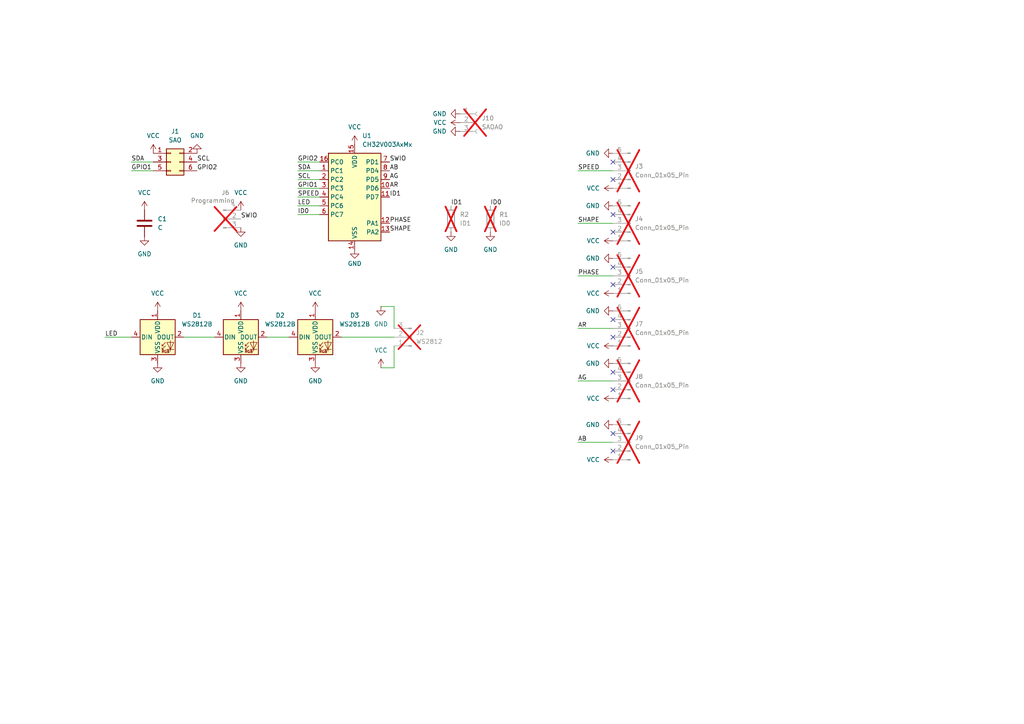
<source format=kicad_sch>
(kicad_sch (version 20231120) (generator "eeschema") (generator_version "8.0")
  (paper "A4")
  (lib_symbols
    (symbol "Connector:Conn_01x03_Pin" (pin_names (offset 1.016) hide)
      (property "Reference" "J" (at 0 5.08 0))
      (property "Value" "Conn_01x03_Pin" (at 0 -5.08 0))
      (symbol "Conn_01x03_Pin_1_1"
        (polyline (pts (xy 1.27 -2.54) (xy 0.8636 -2.54)) (stroke (width 0.1524)))
        (polyline (pts (xy 1.27 0) (xy 0.8636 0)) (stroke (width 0.1524)))
        (polyline (pts (xy 1.27 2.54) (xy 0.8636 2.54)) (stroke (width 0.1524)))
        (rectangle (start 0.8636 -2.413) (end 0 -2.667) (stroke (width 0.1524)) (fill (type outline)))
        (rectangle (start 0.8636 0.127) (end 0 -0.127) (stroke (width 0.1524)) (fill (type outline)))
        (rectangle (start 0.8636 2.667) (end 0 2.413) (stroke (width 0.1524)) (fill (type outline)))
        (pin passive line (at 5.08 2.54 180) (length 3.81) (name "Pin_1") (number "1"))
        (pin passive line (at 5.08 0 180) (length 3.81) (name "Pin_2") (number "2"))
        (pin passive line (at 5.08 -2.54 180) (length 3.81) (name "Pin_3") (number "3"))
      )
    )
    (symbol "Connector:Conn_01x03_Socket" (pin_names (offset 1.016) hide)
      (property "Reference" "J" (at 0 5.08 0))
      (property "Value" "Conn_01x03_Socket" (at 0 -5.08 0))
      (symbol "Conn_01x03_Socket_1_1"
        (arc (start 0 -2.032) (mid -0.5058 -2.54) (end 0 -3.048) (stroke (width 0.1524)))
        (polyline (pts (xy -1.27 -2.54) (xy -0.508 -2.54)) (stroke (width 0.1524)))
        (polyline (pts (xy -1.27 0) (xy -0.508 0)) (stroke (width 0.1524)))
        (polyline (pts (xy -1.27 2.54) (xy -0.508 2.54)) (stroke (width 0.1524)))
        (arc (start 0 0.508) (mid -0.5058 0) (end 0 -0.508) (stroke (width 0.1524)))
        (arc (start 0 3.048) (mid -0.5058 2.54) (end 0 2.032) (stroke (width 0.1524)))
        (pin passive line (at -5.08 2.54 0) (length 3.81) (name "Pin_1") (number "1"))
        (pin passive line (at -5.08 0 0) (length 3.81) (name "Pin_2") (number "2"))
        (pin passive line (at -5.08 -2.54 0) (length 3.81) (name "Pin_3") (number "3"))
      )
    )
    (symbol "Connector:Conn_01x05_Pin" (pin_names (offset 1.016) hide)
      (property "Reference" "J" (at 0 7.62 0))
      (property "Value" "Conn_01x05_Pin" (at 0 -7.62 0))
      (symbol "Conn_01x05_Pin_1_1"
        (polyline (pts (xy 1.27 -5.08) (xy 0.8636 -5.08)) (stroke (width 0.1524)))
        (polyline (pts (xy 1.27 -2.54) (xy 0.8636 -2.54)) (stroke (width 0.1524)))
        (polyline (pts (xy 1.27 0) (xy 0.8636 0)) (stroke (width 0.1524)))
        (polyline (pts (xy 1.27 2.54) (xy 0.8636 2.54)) (stroke (width 0.1524)))
        (polyline (pts (xy 1.27 5.08) (xy 0.8636 5.08)) (stroke (width 0.1524)))
        (rectangle (start 0.8636 -4.953) (end 0 -5.207) (stroke (width 0.1524)) (fill (type outline)))
        (rectangle (start 0.8636 -2.413) (end 0 -2.667) (stroke (width 0.1524)) (fill (type outline)))
        (rectangle (start 0.8636 0.127) (end 0 -0.127) (stroke (width 0.1524)) (fill (type outline)))
        (rectangle (start 0.8636 2.667) (end 0 2.413) (stroke (width 0.1524)) (fill (type outline)))
        (rectangle (start 0.8636 5.207) (end 0 4.953) (stroke (width 0.1524)) (fill (type outline)))
        (pin passive line (at 5.08 5.08 180) (length 3.81) (name "Pin_1") (number "1"))
        (pin passive line (at 5.08 2.54 180) (length 3.81) (name "Pin_2") (number "2"))
        (pin passive line (at 5.08 0 180) (length 3.81) (name "Pin_3") (number "3"))
        (pin passive line (at 5.08 -2.54 180) (length 3.81) (name "Pin_4") (number "4"))
        (pin passive line (at 5.08 -5.08 180) (length 3.81) (name "Pin_5") (number "5"))
      )
    )
    (symbol "Connector_Generic:Conn_02x03_Odd_Even" (pin_names (offset 1.016) hide)
      (property "Reference" "J" (at 1.27 5.08 0))
      (property "Value" "Conn_02x03_Odd_Even" (at 1.27 -5.08 0))
      (symbol "Conn_02x03_Odd_Even_1_1"
        (rectangle (start -1.27 -2.413) (end 0 -2.667) (stroke (width 0.1524)))
        (rectangle (start -1.27 0.127) (end 0 -0.127) (stroke (width 0.1524)))
        (rectangle (start -1.27 2.667) (end 0 2.413) (stroke (width 0.1524)))
        (rectangle (start -1.27 3.81) (end 3.81 -3.81) (stroke (width 0.254)) (fill (type background)))
        (rectangle (start 3.81 -2.413) (end 2.54 -2.667) (stroke (width 0.1524)))
        (rectangle (start 3.81 0.127) (end 2.54 -0.127) (stroke (width 0.1524)))
        (rectangle (start 3.81 2.667) (end 2.54 2.413) (stroke (width 0.1524)))
        (pin passive line (at -5.08 2.54 0) (length 3.81) (name "Pin_1") (number "1"))
        (pin passive line (at 7.62 2.54 180) (length 3.81) (name "Pin_2") (number "2"))
        (pin passive line (at -5.08 0 0) (length 3.81) (name "Pin_3") (number "3"))
        (pin passive line (at 7.62 0 180) (length 3.81) (name "Pin_4") (number "4"))
        (pin passive line (at -5.08 -2.54 0) (length 3.81) (name "Pin_5") (number "5"))
        (pin passive line (at 7.62 -2.54 180) (length 3.81) (name "Pin_6") (number "6"))
      )
    )
    (symbol "Device:C" (pin_numbers hide) (pin_names (offset 0.254))
      (property "Reference" "C" (at 0.635 2.54 0))
      (property "Value" "C" (at 0.635 -2.54 0))
      (symbol "C_0_1"
        (polyline (pts (xy -2.032 -0.762) (xy 2.032 -0.762)) (stroke (width 0.508)))
        (polyline (pts (xy -2.032 0.762) (xy 2.032 0.762)) (stroke (width 0.508)))
      )
      (symbol "C_1_1"
        (pin passive line (at 0 3.81 270) (length 2.794) (name "~") (number "1"))
        (pin passive line (at 0 -3.81 90) (length 2.794) (name "~") (number "2"))
      )
    )
    (symbol "Device:R" (pin_numbers hide) (pin_names (offset 0))
      (property "Reference" "R" (at 2.032 0 90))
      (property "Value" "R" (at 0 0 90))
      (symbol "R_0_1"
        (rectangle (start -1.016 -2.54) (end 1.016 2.54) (stroke (width 0.254)))
      )
      (symbol "R_1_1"
        (pin passive line (at 0 3.81 270) (length 1.27) (name "~") (number "1"))
        (pin passive line (at 0 -3.81 90) (length 1.27) (name "~") (number "2"))
      )
    )
    (symbol "LED:WS2812B" (pin_names (offset 0.254))
      (property "Reference" "D" (at 5.08 5.715 0))
      (property "Value" "WS2812B" (at 1.27 -5.715 0))
      (symbol "WS2812B_0_0"
        (text "RGB" (at 2.286 -4.191 0) (effects (font (size 0.762 0.762))))
      )
      (symbol "WS2812B_0_1"
        (polyline (pts (xy 1.27 -3.556) (xy 1.778 -3.556)))
        (polyline (pts (xy 1.27 -2.54) (xy 1.778 -2.54)))
        (polyline (pts (xy 4.699 -3.556) (xy 2.667 -3.556)))
        (polyline (pts (xy 2.286 -2.54) (xy 1.27 -3.556) (xy 1.27 -3.048)))
        (polyline (pts (xy 2.286 -1.524) (xy 1.27 -2.54) (xy 1.27 -2.032)))
        (polyline (pts (xy 3.683 -1.016) (xy 3.683 -3.556) (xy 3.683 -4.064)))
        (polyline (pts (xy 4.699 -1.524) (xy 2.667 -1.524) (xy 3.683 -3.556) (xy 4.699 -1.524)))
        (rectangle (start 5.08 5.08) (end -5.08 -5.08) (stroke (width 0.254)) (fill (type background)))
      )
      (symbol "WS2812B_1_1"
        (pin power_in line (at 0 7.62 270) (length 2.54) (name "VDD") (number "1"))
        (pin output line (at 7.62 0 180) (length 2.54) (name "DOUT") (number "2"))
        (pin power_in line (at 0 -7.62 90) (length 2.54) (name "VSS") (number "3"))
        (pin input line (at -7.62 0 0) (length 2.54) (name "DIN") (number "4"))
      )
    )
    (symbol "MCU_WCH_CH32V0:CH32V003AxMx"
      (property "Reference" "U" (at -7.62 15.24 0))
      (property "Value" "CH32V003AxMx" (at 7.62 15.24 0))
      (symbol "CH32V003AxMx_1_1"
        (rectangle (start -7.62 12.7) (end 7.62 -12.7) (stroke (width 0.254)) (fill (type background)))
        (pin bidirectional line (at -10.16 7.62 0) (length 2.54) (name "PC1") (number "1"))
        (pin bidirectional line (at 10.16 2.54 180) (length 2.54) (name "PD6") (number "10"))
        (pin bidirectional line (at 10.16 0 180) (length 2.54) (name "PD7") (number "11"))
        (pin bidirectional line (at 10.16 -7.62 180) (length 2.54) (name "PA1") (number "12"))
        (pin bidirectional line (at 10.16 -10.16 180) (length 2.54) (name "PA2") (number "13"))
        (pin power_in line (at 0 -15.24 90) (length 2.54) (name "VSS") (number "14"))
        (pin power_in line (at 0 15.24 270) (length 2.54) (name "VDD") (number "15"))
        (pin bidirectional line (at -10.16 10.16 0) (length 2.54) (name "PC0") (number "16"))
        (pin bidirectional line (at -10.16 5.08 0) (length 2.54) (name "PC2") (number "2"))
        (pin bidirectional line (at -10.16 2.54 0) (length 2.54) (name "PC3") (number "3"))
        (pin bidirectional line (at -10.16 0 0) (length 2.54) (name "PC4") (number "4"))
        (pin bidirectional line (at -10.16 -2.54 0) (length 2.54) (name "PC6") (number "5"))
        (pin bidirectional line (at -10.16 -5.08 0) (length 2.54) (name "PC7") (number "6"))
        (pin bidirectional line (at 10.16 10.16 180) (length 2.54) (name "PD1") (number "7"))
        (pin bidirectional line (at 10.16 7.62 180) (length 2.54) (name "PD4") (number "8"))
        (pin bidirectional line (at 10.16 5.08 180) (length 2.54) (name "PD5") (number "9"))
      )
    )
    (symbol "power:GND" (power) (pin_numbers hide) (pin_names (offset 0) hide)
      (property "Value" "GND" (at 0 -3.81 0))
      (symbol "GND_0_1"
        (polyline (pts (xy 0 0) (xy 0 -1.27) (xy 1.27 -1.27) (xy 0 -2.54) (xy -1.27 -1.27) (xy 0 -1.27)))
      )
      (symbol "GND_1_1"
        (pin power_in line (at 0 0 270) (length 0) (name "~") (number "1"))
      )
    )
    (symbol "power:VCC" (power) (pin_numbers hide) (pin_names (offset 0) hide)
      (property "Value" "VCC" (at 0 3.556 0))
      (symbol "VCC_0_1"
        (polyline (pts (xy -0.762 1.27) (xy 0 2.54)))
        (polyline (pts (xy 0 0) (xy 0 2.54)))
        (polyline (pts (xy 0 2.54) (xy 0.762 1.27)))
      )
      (symbol "VCC_1_1"
        (pin power_in line (at 0 0 90) (length 0) (name "~") (number "1"))
      )
    )
  )
  (no_connect (at 177.8 92.71))
  (no_connect (at 177.8 52.07))
  (no_connect (at 177.8 107.95))
  (no_connect (at 177.8 77.47))
  (no_connect (at 177.8 62.23))
  (no_connect (at 177.8 67.31))
  (no_connect (at 177.8 46.99))
  (no_connect (at 177.8 125.73))
  (no_connect (at 177.8 130.81))
  (no_connect (at 177.8 113.03))
  (no_connect (at 177.8 82.55))
  (no_connect (at 177.8 97.79))
  (wire (pts (xy 77.47 97.79) (xy 83.82 97.79)))
  (wire (pts (xy 30.48 97.79) (xy 38.1 97.79)))
  (wire (pts (xy 167.64 80.01) (xy 177.8 80.01)))
  (wire (pts (xy 167.64 110.49) (xy 177.8 110.49)))
  (wire (pts (xy 114.3 106.68) (xy 114.3 100.33)))
  (wire (pts (xy 167.64 128.27) (xy 177.8 128.27)))
  (wire (pts (xy 99.06 97.79) (xy 114.3 97.79)))
  (wire (pts (xy 86.36 52.07) (xy 92.71 52.07)))
  (wire (pts (xy 38.1 49.53) (xy 44.45 49.53)))
  (wire (pts (xy 167.64 64.77) (xy 177.8 64.77)))
  (wire (pts (xy 114.3 88.9) (xy 114.3 95.25)))
  (wire (pts (xy 167.64 95.25) (xy 177.8 95.25)))
  (wire (pts (xy 86.36 59.69) (xy 92.71 59.69)))
  (wire (pts (xy 167.64 49.53) (xy 177.8 49.53)))
  (wire (pts (xy 53.34 97.79) (xy 62.23 97.79)))
  (wire (pts (xy 38.1 46.99) (xy 44.45 46.99)))
  (wire (pts (xy 110.49 88.9) (xy 114.3 88.9)))
  (wire (pts (xy 86.36 57.15) (xy 92.71 57.15)))
  (wire (pts (xy 86.36 62.23) (xy 92.71 62.23)))
  (wire (pts (xy 86.36 54.61) (xy 92.71 54.61)))
  (wire (pts (xy 86.36 49.53) (xy 92.71 49.53)))
  (wire (pts (xy 110.49 106.68) (xy 114.3 106.68)))
  (wire (pts (xy 86.36 46.99) (xy 92.71 46.99)))
  (label "AG" (at 167.64 110.49 0))
  (label "GPIO1" (at 86.36 54.61 0))
  (label "AG" (at 113.03 52.07 0))
  (label "ID0" (at 86.36 62.23 0))
  (label "SPEED" (at 167.64 49.53 0))
  (label "GPIO2" (at 86.36 46.99 0))
  (label "ID1" (at 113.03 57.15 0))
  (label "AB" (at 167.64 128.27 0))
  (label "ID1" (at 130.81 59.69 0))
  (label "SCL" (at 86.36 52.07 0))
  (label "AR" (at 167.64 95.25 0))
  (label "GPIO2" (at 57.15 49.53 0))
  (label "SPEED" (at 86.36 57.15 0))
  (label "SWIO" (at 113.03 46.99 0))
  (label "AR" (at 113.03 54.61 0))
  (label "LED" (at 30.48 97.79 0))
  (label "SCL" (at 57.15 46.99 0))
  (label "SWIO" (at 69.85 63.5 0))
  (label "SHAPE" (at 113.03 67.31 0))
  (label "PHASE" (at 167.64 80.01 0))
  (label "LED" (at 86.36 59.69 0))
  (label "GPIO1" (at 38.1 49.53 0))
  (label "AB" (at 113.03 49.53 0))
  (label "SDA" (at 38.1 46.99 0))
  (label "PHASE" (at 113.03 64.77 0))
  (label "ID0" (at 142.24 59.69 0))
  (label "SDA" (at 86.36 49.53 0))
  (label "SHAPE" (at 167.64 64.77 0))
  (symbol (lib_id "MCU_WCH_CH32V0:CH32V003AxMx") (at 102.87 57.15 0) (unit 1)
    (property "Reference" "U1" (at 105.0641 39.37 0) (effects (justify left)))
    (property "Value" "CH32V003AxMx" (at 105.0641 41.91 0) (effects (justify left)))
    (property "Footprint" "Package_SO:SOP-16_3.9x9.9mm_P1.27mm" (effects (hide yes)))
    (property "Datasheet" "https://www.wch-ic.com/products/CH32V003.html" (effects (hide yes)))
    (property "Description" "CH32V003 series are industrial-grade general-purpose microcontrollers designed based on 32-bit RISC-V instruction set and architecture. It adopts QingKe V2A core, RV32EC instruction set, and supports 2 levels of interrupt nesting. The series are mounted with rich peripheral interfaces and function modules. Its internal organizational structure meets the low-cost and low-power embedded application scenarios." (effects (hide yes)))
  )
  (symbol (lib_id "power:GND") (at 41.91 68.58 0) (unit 1)
    (property "Reference" "#PWR06" (effects (hide yes)))
    (property "Value" "GND" (at 41.91 73.66 0))
    (property "Description" "Power symbol creates a global label with name \"GND\" , ground" (effects (hide yes)))
  )
  (symbol (lib_id "power:VCC") (at 102.87 41.91 0) (unit 1)
    (property "Reference" "#PWR04" (effects (hide yes)))
    (property "Value" "VCC" (at 102.87 36.83 0))
    (property "Description" "Power symbol creates a global label with name \"VCC\"" (effects (hide yes)))
  )
  (symbol (lib_id "power:VCC") (at 41.91 60.96 0) (unit 1)
    (property "Reference" "#PWR05" (effects (hide yes)))
    (property "Value" "VCC" (at 41.91 55.88 0))
    (property "Description" "Power symbol creates a global label with name \"VCC\"" (effects (hide yes)))
  )
  (symbol (lib_id "LED:WS2812B") (at 91.44 97.79 0) (unit 1)
    (property "Reference" "D3" (at 102.87 91.4714 0))
    (property "Value" "WS2812B" (at 102.87 94.0114 0))
    (property "Footprint" "LED_SMD:LED_WS2812B_PLCC4_5.0x5.0mm_P3.2mm" (effects (hide yes)))
    (property "Datasheet" "https://cdn-shop.adafruit.com/datasheets/WS2812B.pdf" (effects (hide yes)))
    (property "Description" "RGB LED with integrated controller" (effects (hide yes)))
  )
  (symbol (lib_id "power:GND") (at 133.35 33.02 270) (unit 1)
    (property "Reference" "#PWR030" (effects (hide yes)))
    (property "Value" "GND" (at 129.54 33.0199 90) (effects (justify right)))
    (property "Description" "Power symbol creates a global label with name \"GND\" , ground" (effects (hide yes)))
  )
  (symbol (lib_id "power:GND") (at 130.81 67.31 0) (unit 1)
    (property "Reference" "#PWR020" (effects (hide yes)))
    (property "Value" "GND" (at 130.81 72.39 0))
    (property "Description" "Power symbol creates a global label with name \"GND\" , ground" (effects (hide yes)))
  )
  (symbol (lib_id "LED:WS2812B") (at 45.72 97.79 0) (unit 1)
    (property "Reference" "D1" (at 57.15 91.4714 0))
    (property "Value" "WS2812B" (at 57.15 94.0114 0))
    (property "Footprint" "LED_SMD:LED_WS2812B_PLCC4_5.0x5.0mm_P3.2mm" (effects (hide yes)))
    (property "Datasheet" "https://cdn-shop.adafruit.com/datasheets/WS2812B.pdf" (effects (hide yes)))
    (property "Description" "RGB LED with integrated controller" (effects (hide yes)))
  )
  (symbol (lib_id "Connector:Conn_01x05_Pin") (at 182.88 80.01 180) (unit 1) (dnp yes)
    (property "Reference" "J5" (at 184.15 78.7399 0) (effects (justify right)))
    (property "Value" "Conn_01x05_Pin" (at 184.15 81.2799 0) (effects (justify right)))
    (property "Footprint" "Connector_PinHeader_2.54mm:PinHeader_1x05_P2.54mm_Vertical" (effects (hide yes)))
    (property "Description" "Generic connector, single row, 01x05, script generated" (effects (hide yes)))
  )
  (symbol (lib_id "power:VCC") (at 110.49 106.68 0) (unit 1)
    (property "Reference" "#PWR013" (effects (hide yes)))
    (property "Value" "VCC" (at 110.49 101.6 0))
    (property "Description" "Power symbol creates a global label with name \"VCC\"" (effects (hide yes)))
  )
  (symbol (lib_id "power:VCC") (at 177.8 100.33 90) (unit 1)
    (property "Reference" "#PWR016" (effects (hide yes)))
    (property "Value" "VCC" (at 173.99 100.3299 90) (effects (justify left)))
    (property "Description" "Power symbol creates a global label with name \"VCC\"" (effects (hide yes)))
  )
  (symbol (lib_id "power:VCC") (at 177.8 85.09 90) (unit 1)
    (property "Reference" "#PWR024" (effects (hide yes)))
    (property "Value" "VCC" (at 173.99 85.0899 90) (effects (justify left)))
    (property "Description" "Power symbol creates a global label with name \"VCC\"" (effects (hide yes)))
  )
  (symbol (lib_id "power:GND") (at 133.35 38.1 270) (unit 1)
    (property "Reference" "#PWR029" (effects (hide yes)))
    (property "Value" "GND" (at 129.54 38.0999 90) (effects (justify right)))
    (property "Description" "Power symbol creates a global label with name \"GND\" , ground" (effects (hide yes)))
  )
  (symbol (lib_id "Device:C") (at 41.91 64.77 0) (unit 1)
    (property "Reference" "C1" (at 45.72 63.4999 0) (effects (justify left)))
    (property "Value" "C" (at 45.72 66.0399 0) (effects (justify left)))
    (property "Footprint" "Capacitor_SMD:C_0603_1608Metric_Pad1.08x0.95mm_HandSolder" (effects (hide yes)))
    (property "Description" "Unpolarized capacitor" (effects (hide yes)))
  )
  (symbol (lib_id "power:VCC") (at 45.72 90.17 0) (unit 1)
    (property "Reference" "#PWR07" (effects (hide yes)))
    (property "Value" "VCC" (at 45.72 85.09 0))
    (property "Description" "Power symbol creates a global label with name \"VCC\"" (effects (hide yes)))
  )
  (symbol (lib_id "Connector:Conn_01x05_Pin") (at 182.88 110.49 180) (unit 1) (dnp yes)
    (property "Reference" "J8" (at 184.15 109.2199 0) (effects (justify right)))
    (property "Value" "Conn_01x05_Pin" (at 184.15 111.7599 0) (effects (justify right)))
    (property "Footprint" "Connector_PinHeader_2.54mm:PinHeader_1x05_P2.54mm_Vertical" (effects (hide yes)))
    (property "Description" "Generic connector, single row, 01x05, script generated" (effects (hide yes)))
  )
  (symbol (lib_id "power:GND") (at 177.8 59.69 270) (unit 1)
    (property "Reference" "#PWR019" (effects (hide yes)))
    (property "Value" "GND" (at 173.99 59.6899 90) (effects (justify right)))
    (property "Description" "Power symbol creates a global label with name \"GND\" , ground" (effects (hide yes)))
  )
  (symbol (lib_id "Connector:Conn_01x05_Pin") (at 182.88 64.77 180) (unit 1) (dnp yes)
    (property "Reference" "J4" (at 184.15 63.4999 0) (effects (justify right)))
    (property "Value" "Conn_01x05_Pin" (at 184.15 66.0399 0) (effects (justify right)))
    (property "Footprint" "Connector_PinHeader_2.54mm:PinHeader_1x05_P2.54mm_Vertical" (effects (hide yes)))
    (property "Description" "Generic connector, single row, 01x05, script generated" (effects (hide yes)))
  )
  (symbol (lib_id "power:VCC") (at 177.8 115.57 90) (unit 1)
    (property "Reference" "#PWR018" (effects (hide yes)))
    (property "Value" "VCC" (at 173.99 115.5699 90) (effects (justify left)))
    (property "Description" "Power symbol creates a global label with name \"VCC\"" (effects (hide yes)))
  )
  (symbol (lib_id "power:GND") (at 57.15 44.45 180) (unit 1)
    (property "Reference" "#PWR02" (effects (hide yes)))
    (property "Value" "GND" (at 57.15 39.37 0))
    (property "Description" "Power symbol creates a global label with name \"GND\" , ground" (effects (hide yes)))
  )
  (symbol (lib_id "Connector:Conn_01x03_Pin") (at 64.77 63.5 0) (unit 1) (dnp yes)
    (property "Reference" "J6" (at 65.405 55.88 0))
    (property "Value" "Programming" (at 61.722 58.166 0))
    (property "Footprint" "Connector_PinHeader_2.54mm:PinHeader_1x03_P2.54mm_Vertical" (effects (hide yes)))
    (property "Description" "Generic connector, single row, 01x03, script generated" (effects (hide yes)))
  )
  (symbol (lib_id "power:GND") (at 177.8 90.17 270) (unit 1)
    (property "Reference" "#PWR038" (effects (hide yes)))
    (property "Value" "GND" (at 173.99 90.1699 90) (effects (justify right)))
    (property "Description" "Power symbol creates a global label with name \"GND\" , ground" (effects (hide yes)))
  )
  (symbol (lib_id "Connector:Conn_01x03_Pin") (at 119.38 97.79 180) (unit 1) (dnp yes)
    (property "Reference" "J2" (at 120.65 96.5199 0) (effects (justify right)))
    (property "Value" "WS2812" (at 120.65 99.0599 0) (effects (justify right)))
    (property "Footprint" "Connector_PinHeader_2.54mm:PinHeader_1x03_P2.54mm_Vertical" (effects (hide yes)))
    (property "Description" "Generic connector, single row, 01x03, script generated" (effects (hide yes)))
  )
  (symbol (lib_id "Connector_Generic:Conn_02x03_Odd_Even") (at 49.53 46.99 0) (unit 1)
    (property "Reference" "J1" (at 50.8 38.1 0))
    (property "Value" "SAO" (at 50.8 40.64 0))
    (property "Footprint" "Connector_IDC:IDC-Header_2x03_P2.54mm_Vertical" (effects (hide yes)))
    (property "Description" "Generic connector, double row, 02x03, odd/even pin numbering scheme (row 1 odd numbers, row 2 even numbers), script generated (kicad-library-utils/schlib/autogen/connector/)" (effects (hide yes)))
  )
  (symbol (lib_id "power:GND") (at 45.72 105.41 0) (unit 1)
    (property "Reference" "#PWR010" (effects (hide yes)))
    (property "Value" "GND" (at 45.72 110.49 0))
    (property "Description" "Power symbol creates a global label with name \"GND\" , ground" (effects (hide yes)))
  )
  (symbol (lib_id "power:GND") (at 110.49 88.9 0) (unit 1)
    (property "Reference" "#PWR014" (effects (hide yes)))
    (property "Value" "GND" (at 110.49 93.98 0))
    (property "Description" "Power symbol creates a global label with name \"GND\" , ground" (effects (hide yes)))
  )
  (symbol (lib_id "power:GND") (at 177.8 105.41 270) (unit 1)
    (property "Reference" "#PWR039" (effects (hide yes)))
    (property "Value" "GND" (at 173.99 105.4099 90) (effects (justify right)))
    (property "Description" "Power symbol creates a global label with name \"GND\" , ground" (effects (hide yes)))
  )
  (symbol (lib_id "power:VCC") (at 177.8 133.35 90) (unit 1)
    (property "Reference" "#PWR017" (effects (hide yes)))
    (property "Value" "VCC" (at 173.99 133.3499 90) (effects (justify left)))
    (property "Description" "Power symbol creates a global label with name \"VCC\"" (effects (hide yes)))
  )
  (symbol (lib_id "power:VCC") (at 177.8 69.85 90) (unit 1)
    (property "Reference" "#PWR025" (effects (hide yes)))
    (property "Value" "VCC" (at 173.99 69.8499 90) (effects (justify left)))
    (property "Description" "Power symbol creates a global label with name \"VCC\"" (effects (hide yes)))
  )
  (symbol (lib_id "power:GND") (at 102.87 72.39 0) (unit 1)
    (property "Reference" "#PWR03" (effects (hide yes)))
    (property "Value" "GND" (at 102.87 76.454 0))
    (property "Description" "Power symbol creates a global label with name \"GND\" , ground" (effects (hide yes)))
  )
  (symbol (lib_id "power:VCC") (at 69.85 90.17 0) (unit 1)
    (property "Reference" "#PWR08" (effects (hide yes)))
    (property "Value" "VCC" (at 69.85 85.09 0))
    (property "Description" "Power symbol creates a global label with name \"VCC\"" (effects (hide yes)))
  )
  (symbol (lib_id "Device:R") (at 130.81 63.5 0) (unit 1) (dnp yes)
    (property "Reference" "R2" (at 133.35 62.2299 0) (effects (justify left)))
    (property "Value" "ID1" (at 133.35 64.7699 0) (effects (justify left)))
    (property "Footprint" "Capacitor_SMD:C_0402_1005Metric_Pad0.74x0.62mm_HandSolder" (effects (hide yes)))
    (property "Description" "Resistor" (effects (hide yes)))
  )
  (symbol (lib_id "Connector:Conn_01x05_Pin") (at 182.88 128.27 180) (unit 1) (dnp yes)
    (property "Reference" "J9" (at 184.15 126.9999 0) (effects (justify right)))
    (property "Value" "Conn_01x05_Pin" (at 184.15 129.5399 0) (effects (justify right)))
    (property "Footprint" "Connector_PinHeader_2.54mm:PinHeader_1x05_P2.54mm_Vertical" (effects (hide yes)))
    (property "Description" "Generic connector, single row, 01x05, script generated" (effects (hide yes)))
  )
  (symbol (lib_id "power:GND") (at 142.24 67.31 0) (unit 1)
    (property "Reference" "#PWR026" (effects (hide yes)))
    (property "Value" "GND" (at 142.24 72.39 0))
    (property "Description" "Power symbol creates a global label with name \"GND\" , ground" (effects (hide yes)))
  )
  (symbol (lib_id "power:VCC") (at 69.85 60.96 0) (unit 1)
    (property "Reference" "#PWR021" (effects (hide yes)))
    (property "Value" "VCC" (at 69.85 55.88 0))
    (property "Description" "Power symbol creates a global label with name \"VCC\"" (effects (hide yes)))
  )
  (symbol (lib_id "power:GND") (at 177.8 74.93 270) (unit 1)
    (property "Reference" "#PWR015" (effects (hide yes)))
    (property "Value" "GND" (at 173.99 74.9299 90) (effects (justify right)))
    (property "Description" "Power symbol creates a global label with name \"GND\" , ground" (effects (hide yes)))
  )
  (symbol (lib_id "LED:WS2812B") (at 69.85 97.79 0) (unit 1)
    (property "Reference" "D2" (at 81.28 91.4714 0))
    (property "Value" "WS2812B" (at 81.28 94.0114 0))
    (property "Footprint" "LED_SMD:LED_WS2812B_PLCC4_5.0x5.0mm_P3.2mm" (effects (hide yes)))
    (property "Datasheet" "https://cdn-shop.adafruit.com/datasheets/WS2812B.pdf" (effects (hide yes)))
    (property "Description" "RGB LED with integrated controller" (effects (hide yes)))
  )
  (symbol (lib_id "power:VCC") (at 91.44 90.17 0) (unit 1)
    (property "Reference" "#PWR09" (effects (hide yes)))
    (property "Value" "VCC" (at 91.44 85.09 0))
    (property "Description" "Power symbol creates a global label with name \"VCC\"" (effects (hide yes)))
  )
  (symbol (lib_id "power:VCC") (at 44.45 44.45 0) (unit 1)
    (property "Reference" "#PWR01" (effects (hide yes)))
    (property "Value" "VCC" (at 44.45 39.37 0))
    (property "Description" "Power symbol creates a global label with name \"VCC\"" (effects (hide yes)))
  )
  (symbol (lib_id "Connector:Conn_01x03_Socket") (at 138.43 35.56 0) (unit 1) (dnp yes)
    (property "Reference" "J10" (at 139.7 34.2899 0) (effects (justify left)))
    (property "Value" "SAOAO" (at 139.7 36.8299 0) (effects (justify left)))
    (property "Footprint" "Connector_PinHeader_1.27mm:PinHeader_1x03_P1.27mm_Vertical" (effects (hide yes)))
    (property "Description" "Generic connector, single row, 01x03, script generated" (effects (hide yes)))
  )
  (symbol (lib_id "power:GND") (at 91.44 105.41 0) (unit 1)
    (property "Reference" "#PWR012" (effects (hide yes)))
    (property "Value" "GND" (at 91.44 110.49 0))
    (property "Description" "Power symbol creates a global label with name \"GND\" , ground" (effects (hide yes)))
  )
  (symbol (lib_id "Connector:Conn_01x05_Pin") (at 182.88 95.25 180) (unit 1) (dnp yes)
    (property "Reference" "J7" (at 184.15 93.9799 0) (effects (justify right)))
    (property "Value" "Conn_01x05_Pin" (at 184.15 96.5199 0) (effects (justify right)))
    (property "Footprint" "Connector_PinHeader_2.54mm:PinHeader_1x05_P2.54mm_Vertical" (effects (hide yes)))
    (property "Description" "Generic connector, single row, 01x05, script generated" (effects (hide yes)))
  )
  (symbol (lib_id "power:GND") (at 69.85 66.04 0) (unit 1)
    (property "Reference" "#PWR022" (effects (hide yes)))
    (property "Value" "GND" (at 69.85 71.12 0))
    (property "Description" "Power symbol creates a global label with name \"GND\" , ground" (effects (hide yes)))
  )
  (symbol (lib_id "power:GND") (at 177.8 44.45 270) (unit 1)
    (property "Reference" "#PWR023" (effects (hide yes)))
    (property "Value" "GND" (at 173.99 44.4499 90) (effects (justify right)))
    (property "Description" "Power symbol creates a global label with name \"GND\" , ground" (effects (hide yes)))
  )
  (symbol (lib_id "power:GND") (at 177.8 123.19 270) (unit 1)
    (property "Reference" "#PWR040" (effects (hide yes)))
    (property "Value" "GND" (at 173.99 123.1899 90) (effects (justify right)))
    (property "Description" "Power symbol creates a global label with name \"GND\" , ground" (effects (hide yes)))
  )
  (symbol (lib_id "power:VCC") (at 133.35 35.56 90) (unit 1)
    (property "Reference" "#PWR028" (effects (hide yes)))
    (property "Value" "VCC" (at 129.54 35.5599 90) (effects (justify left)))
    (property "Description" "Power symbol creates a global label with name \"VCC\"" (effects (hide yes)))
  )
  (symbol (lib_id "power:GND") (at 69.85 105.41 0) (unit 1)
    (property "Reference" "#PWR011" (effects (hide yes)))
    (property "Value" "GND" (at 69.85 110.49 0))
    (property "Description" "Power symbol creates a global label with name \"GND\" , ground" (effects (hide yes)))
  )
  (symbol (lib_id "Device:R") (at 142.24 63.5 0) (unit 1) (dnp yes)
    (property "Reference" "R1" (at 144.78 62.2299 0) (effects (justify left)))
    (property "Value" "ID0" (at 144.78 64.7699 0) (effects (justify left)))
    (property "Footprint" "Capacitor_SMD:C_0402_1005Metric_Pad0.74x0.62mm_HandSolder" (effects (hide yes)))
    (property "Description" "Resistor" (effects (hide yes)))
  )
  (symbol (lib_id "power:VCC") (at 177.8 54.61 90) (unit 1)
    (property "Reference" "#PWR027" (effects (hide yes)))
    (property "Value" "VCC" (at 173.99 54.6099 90) (effects (justify left)))
    (property "Description" "Power symbol creates a global label with name \"VCC\"" (effects (hide yes)))
  )
  (symbol (lib_id "Connector:Conn_01x05_Pin") (at 182.88 49.53 180) (unit 1) (dnp yes)
    (property "Reference" "J3" (at 184.15 48.2599 0) (effects (justify right)))
    (property "Value" "Conn_01x05_Pin" (at 184.15 50.7999 0) (effects (justify right)))
    (property "Footprint" "Connector_PinHeader_2.54mm:PinHeader_1x05_P2.54mm_Vertical" (effects (hide yes)))
    (property "Description" "Generic connector, single row, 01x05, script generated" (effects (hide yes)))
  )
)
</source>
